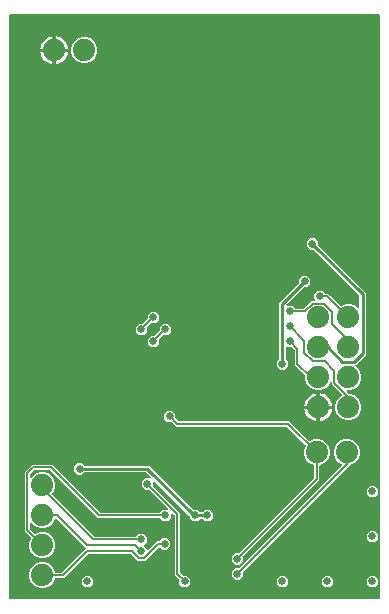
<source format=gbr>
G04 EAGLE Gerber X2 export*
%TF.Part,Single*%
%TF.FileFunction,Copper,L2,Bot,Mixed*%
%TF.FilePolarity,Positive*%
%TF.GenerationSoftware,Autodesk,EAGLE,9.0.1*%
%TF.CreationDate,2019-06-07T13:03:31Z*%
G75*
%MOMM*%
%FSLAX34Y34*%
%LPD*%
%AMOC8*
5,1,8,0,0,1.08239X$1,22.5*%
G01*
%ADD10C,1.879600*%
%ADD11C,0.656400*%
%ADD12C,0.254000*%
%ADD13C,0.152400*%

G36*
X323618Y10164D02*
X323618Y10164D01*
X323637Y10162D01*
X323739Y10184D01*
X323841Y10200D01*
X323858Y10210D01*
X323878Y10214D01*
X323967Y10267D01*
X324058Y10316D01*
X324072Y10330D01*
X324089Y10340D01*
X324156Y10419D01*
X324228Y10494D01*
X324236Y10512D01*
X324249Y10527D01*
X324288Y10623D01*
X324331Y10717D01*
X324333Y10737D01*
X324341Y10755D01*
X324359Y10922D01*
X324359Y504598D01*
X324356Y504618D01*
X324358Y504637D01*
X324336Y504739D01*
X324320Y504841D01*
X324310Y504858D01*
X324306Y504878D01*
X324253Y504967D01*
X324204Y505058D01*
X324190Y505072D01*
X324180Y505089D01*
X324101Y505156D01*
X324026Y505228D01*
X324008Y505236D01*
X323993Y505249D01*
X323897Y505288D01*
X323803Y505331D01*
X323783Y505333D01*
X323765Y505341D01*
X323598Y505359D01*
X10922Y505359D01*
X10902Y505356D01*
X10883Y505358D01*
X10781Y505336D01*
X10679Y505320D01*
X10662Y505310D01*
X10642Y505306D01*
X10553Y505253D01*
X10462Y505204D01*
X10448Y505190D01*
X10431Y505180D01*
X10364Y505101D01*
X10292Y505026D01*
X10284Y505008D01*
X10271Y504993D01*
X10232Y504897D01*
X10189Y504803D01*
X10187Y504783D01*
X10179Y504765D01*
X10161Y504598D01*
X10161Y10922D01*
X10164Y10902D01*
X10162Y10883D01*
X10184Y10781D01*
X10200Y10679D01*
X10210Y10662D01*
X10214Y10642D01*
X10267Y10553D01*
X10316Y10462D01*
X10330Y10448D01*
X10340Y10431D01*
X10419Y10364D01*
X10494Y10292D01*
X10512Y10284D01*
X10527Y10271D01*
X10623Y10232D01*
X10717Y10189D01*
X10737Y10187D01*
X10755Y10179D01*
X10922Y10161D01*
X323598Y10161D01*
X323618Y10164D01*
G37*
%LPC*%
G36*
X295007Y161797D02*
X295007Y161797D01*
X290993Y163460D01*
X287920Y166533D01*
X286257Y170547D01*
X286257Y174893D01*
X287920Y178907D01*
X290993Y181980D01*
X291757Y182297D01*
X291796Y182321D01*
X291839Y182336D01*
X291900Y182385D01*
X291966Y182426D01*
X291996Y182462D01*
X292031Y182490D01*
X292074Y182556D01*
X292123Y182616D01*
X292140Y182658D01*
X292164Y182697D01*
X292184Y182773D01*
X292211Y182845D01*
X292213Y182891D01*
X292225Y182936D01*
X292219Y183013D01*
X292222Y183091D01*
X292209Y183135D01*
X292205Y183181D01*
X292175Y183252D01*
X292153Y183327D01*
X292127Y183365D01*
X292109Y183407D01*
X292024Y183514D01*
X292013Y183529D01*
X292009Y183532D01*
X292004Y183538D01*
X283209Y192333D01*
X283209Y193343D01*
X283194Y193439D01*
X283184Y193536D01*
X283174Y193560D01*
X283170Y193586D01*
X283124Y193672D01*
X283084Y193761D01*
X283067Y193780D01*
X283054Y193803D01*
X282984Y193870D01*
X282918Y193942D01*
X282895Y193955D01*
X282876Y193973D01*
X282788Y194014D01*
X282702Y194061D01*
X282677Y194065D01*
X282653Y194076D01*
X282556Y194087D01*
X282460Y194104D01*
X282434Y194101D01*
X282409Y194103D01*
X282313Y194083D01*
X282217Y194069D01*
X282194Y194057D01*
X282168Y194051D01*
X282085Y194001D01*
X281998Y193957D01*
X281979Y193938D01*
X281957Y193925D01*
X281894Y193851D01*
X281826Y193781D01*
X281810Y193753D01*
X281797Y193738D01*
X281785Y193707D01*
X281745Y193635D01*
X281040Y191933D01*
X277967Y188860D01*
X273953Y187197D01*
X269607Y187197D01*
X265593Y188860D01*
X262520Y191933D01*
X260857Y195947D01*
X260857Y199143D01*
X260843Y199234D01*
X260835Y199324D01*
X260823Y199354D01*
X260818Y199386D01*
X260775Y199467D01*
X260739Y199551D01*
X260713Y199583D01*
X260702Y199604D01*
X260679Y199626D01*
X260634Y199682D01*
X251713Y208603D01*
X251713Y220987D01*
X251699Y221078D01*
X251691Y221168D01*
X251679Y221198D01*
X251674Y221230D01*
X251631Y221311D01*
X251595Y221395D01*
X251569Y221427D01*
X251558Y221448D01*
X251535Y221470D01*
X251490Y221526D01*
X249446Y223570D01*
X249372Y223623D01*
X249302Y223683D01*
X249272Y223695D01*
X249246Y223714D01*
X249159Y223741D01*
X249074Y223775D01*
X249033Y223779D01*
X249011Y223786D01*
X248979Y223785D01*
X248907Y223793D01*
X245659Y223793D01*
X245394Y224058D01*
X245336Y224100D01*
X245284Y224149D01*
X245237Y224171D01*
X245195Y224202D01*
X245126Y224223D01*
X245061Y224253D01*
X245009Y224259D01*
X244959Y224274D01*
X244888Y224272D01*
X244817Y224280D01*
X244766Y224269D01*
X244714Y224268D01*
X244646Y224243D01*
X244576Y224228D01*
X244531Y224201D01*
X244483Y224183D01*
X244427Y224138D01*
X244365Y224101D01*
X244331Y224062D01*
X244291Y224029D01*
X244252Y223969D01*
X244205Y223915D01*
X244186Y223866D01*
X244158Y223822D01*
X244140Y223753D01*
X244113Y223686D01*
X244105Y223615D01*
X244097Y223584D01*
X244099Y223561D01*
X244095Y223520D01*
X244095Y213868D01*
X244109Y213778D01*
X244117Y213687D01*
X244129Y213658D01*
X244134Y213626D01*
X244177Y213545D01*
X244213Y213461D01*
X244239Y213429D01*
X244250Y213408D01*
X244273Y213386D01*
X244318Y213330D01*
X246107Y211541D01*
X246107Y207559D01*
X243291Y204743D01*
X239309Y204743D01*
X236493Y207559D01*
X236493Y211541D01*
X238282Y213330D01*
X238335Y213404D01*
X238395Y213473D01*
X238407Y213504D01*
X238426Y213530D01*
X238453Y213617D01*
X238487Y213702D01*
X238491Y213743D01*
X238498Y213765D01*
X238497Y213797D01*
X238505Y213868D01*
X238505Y261508D01*
X255320Y278323D01*
X255373Y278397D01*
X255433Y278466D01*
X255445Y278496D01*
X255464Y278522D01*
X255491Y278609D01*
X255525Y278694D01*
X255529Y278735D01*
X255536Y278757D01*
X255535Y278790D01*
X255543Y278861D01*
X255543Y281391D01*
X258359Y284207D01*
X262341Y284207D01*
X265157Y281391D01*
X265157Y277409D01*
X262341Y274593D01*
X259811Y274593D01*
X259721Y274579D01*
X259630Y274571D01*
X259600Y274559D01*
X259568Y274554D01*
X259488Y274511D01*
X259404Y274475D01*
X259372Y274449D01*
X259351Y274438D01*
X259329Y274415D01*
X259273Y274370D01*
X245009Y260106D01*
X244967Y260048D01*
X244917Y259996D01*
X244895Y259949D01*
X244865Y259907D01*
X244844Y259838D01*
X244814Y259773D01*
X244808Y259721D01*
X244793Y259671D01*
X244795Y259600D01*
X244787Y259529D01*
X244798Y259478D01*
X244799Y259426D01*
X244824Y259358D01*
X244839Y259288D01*
X244866Y259243D01*
X244884Y259195D01*
X244928Y259139D01*
X244965Y259077D01*
X245005Y259043D01*
X245037Y259003D01*
X245098Y258964D01*
X245152Y258917D01*
X245200Y258898D01*
X245244Y258870D01*
X245314Y258852D01*
X245380Y258825D01*
X245452Y258817D01*
X245483Y258809D01*
X245506Y258811D01*
X245547Y258807D01*
X249641Y258807D01*
X251938Y256510D01*
X252012Y256457D01*
X252081Y256397D01*
X252112Y256385D01*
X252138Y256366D01*
X252225Y256339D01*
X252310Y256305D01*
X252351Y256301D01*
X252373Y256294D01*
X252405Y256295D01*
X252476Y256287D01*
X259074Y256287D01*
X259164Y256301D01*
X259255Y256309D01*
X259285Y256321D01*
X259317Y256326D01*
X259397Y256369D01*
X259481Y256405D01*
X259513Y256431D01*
X259534Y256442D01*
X259556Y256465D01*
X259612Y256510D01*
X265993Y262891D01*
X268224Y262891D01*
X268294Y262902D01*
X268366Y262904D01*
X268415Y262922D01*
X268466Y262930D01*
X268530Y262964D01*
X268597Y262989D01*
X268638Y263021D01*
X268684Y263046D01*
X268733Y263098D01*
X268789Y263142D01*
X268817Y263186D01*
X268853Y263224D01*
X268883Y263289D01*
X268922Y263349D01*
X268935Y263400D01*
X268957Y263447D01*
X268965Y263518D01*
X268982Y263588D01*
X268978Y263640D01*
X268984Y263691D01*
X268969Y263762D01*
X268963Y263833D01*
X268943Y263881D01*
X268932Y263932D01*
X268895Y263993D01*
X268867Y264059D01*
X268822Y264115D01*
X268805Y264143D01*
X268801Y264146D01*
X268800Y264148D01*
X268786Y264160D01*
X268762Y264190D01*
X268243Y264709D01*
X268243Y268691D01*
X271059Y271507D01*
X275041Y271507D01*
X277338Y269210D01*
X277412Y269157D01*
X277481Y269097D01*
X277512Y269085D01*
X277538Y269066D01*
X277625Y269039D01*
X277710Y269005D01*
X277751Y269001D01*
X277773Y268994D01*
X277805Y268995D01*
X277876Y268987D01*
X280347Y268987D01*
X281910Y267424D01*
X290747Y258587D01*
X290842Y258519D01*
X290936Y258449D01*
X290942Y258447D01*
X290947Y258443D01*
X291058Y258409D01*
X291170Y258373D01*
X291176Y258373D01*
X291182Y258371D01*
X291299Y258374D01*
X291416Y258375D01*
X291423Y258377D01*
X291428Y258377D01*
X291445Y258384D01*
X291577Y258422D01*
X295007Y259843D01*
X299353Y259843D01*
X303367Y258180D01*
X305278Y256269D01*
X305336Y256227D01*
X305388Y256178D01*
X305435Y256156D01*
X305477Y256126D01*
X305546Y256105D01*
X305611Y256074D01*
X305663Y256069D01*
X305713Y256053D01*
X305784Y256055D01*
X305855Y256047D01*
X305906Y256058D01*
X305958Y256060D01*
X306026Y256084D01*
X306096Y256100D01*
X306141Y256126D01*
X306189Y256144D01*
X306245Y256189D01*
X306307Y256226D01*
X306341Y256265D01*
X306381Y256298D01*
X306420Y256358D01*
X306467Y256413D01*
X306486Y256461D01*
X306514Y256505D01*
X306532Y256574D01*
X306559Y256641D01*
X306567Y256712D01*
X306575Y256743D01*
X306573Y256767D01*
X306577Y256808D01*
X306577Y267005D01*
X306563Y267095D01*
X306555Y267186D01*
X306543Y267216D01*
X306538Y267248D01*
X306495Y267328D01*
X306459Y267412D01*
X306433Y267444D01*
X306422Y267465D01*
X306399Y267487D01*
X306354Y267543D01*
X267777Y306120D01*
X267703Y306173D01*
X267634Y306233D01*
X267604Y306245D01*
X267578Y306264D01*
X267491Y306291D01*
X267406Y306325D01*
X267365Y306329D01*
X267343Y306336D01*
X267310Y306335D01*
X267239Y306343D01*
X264709Y306343D01*
X261893Y309159D01*
X261893Y313141D01*
X264709Y315957D01*
X268691Y315957D01*
X271507Y313141D01*
X271507Y310611D01*
X271521Y310521D01*
X271529Y310430D01*
X271541Y310400D01*
X271546Y310368D01*
X271589Y310288D01*
X271625Y310204D01*
X271651Y310172D01*
X271662Y310151D01*
X271685Y310129D01*
X271730Y310073D01*
X312167Y269636D01*
X312167Y217312D01*
X310307Y215452D01*
X303339Y208485D01*
X303327Y208468D01*
X303312Y208456D01*
X303256Y208369D01*
X303196Y208285D01*
X303190Y208266D01*
X303179Y208249D01*
X303154Y208149D01*
X303123Y208050D01*
X303124Y208030D01*
X303119Y208011D01*
X303127Y207908D01*
X303130Y207804D01*
X303136Y207785D01*
X303138Y207765D01*
X303178Y207670D01*
X303214Y207573D01*
X303226Y207557D01*
X303234Y207539D01*
X303339Y207408D01*
X306440Y204307D01*
X308103Y200293D01*
X308103Y195947D01*
X306440Y191933D01*
X303367Y188860D01*
X299353Y187197D01*
X296651Y187197D01*
X296580Y187186D01*
X296508Y187184D01*
X296459Y187166D01*
X296408Y187158D01*
X296345Y187124D01*
X296277Y187099D01*
X296237Y187067D01*
X296191Y187042D01*
X296141Y186990D01*
X296085Y186946D01*
X296057Y186902D01*
X296021Y186864D01*
X295991Y186799D01*
X295952Y186739D01*
X295940Y186688D01*
X295918Y186641D01*
X295910Y186570D01*
X295892Y186500D01*
X295896Y186448D01*
X295891Y186397D01*
X295906Y186326D01*
X295911Y186255D01*
X295932Y186207D01*
X295943Y186156D01*
X295980Y186095D01*
X296008Y186029D01*
X296052Y185973D01*
X296069Y185945D01*
X296087Y185930D01*
X296112Y185898D01*
X298145Y183866D01*
X298219Y183813D01*
X298288Y183753D01*
X298318Y183741D01*
X298344Y183722D01*
X298431Y183695D01*
X298516Y183661D01*
X298557Y183657D01*
X298579Y183650D01*
X298612Y183651D01*
X298683Y183643D01*
X299353Y183643D01*
X303367Y181980D01*
X306440Y178907D01*
X308103Y174893D01*
X308103Y170547D01*
X306440Y166533D01*
X303367Y163460D01*
X299353Y161797D01*
X295007Y161797D01*
G37*
%LPD*%
%LPC*%
G36*
X35927Y19557D02*
X35927Y19557D01*
X31913Y21220D01*
X28840Y24293D01*
X27177Y28307D01*
X27177Y32653D01*
X28840Y36667D01*
X31913Y39740D01*
X35927Y41403D01*
X40273Y41403D01*
X44287Y39740D01*
X47360Y36667D01*
X48781Y33237D01*
X48842Y33137D01*
X48902Y33037D01*
X48907Y33033D01*
X48910Y33028D01*
X49000Y32953D01*
X49089Y32877D01*
X49095Y32875D01*
X49100Y32871D01*
X49208Y32829D01*
X49317Y32785D01*
X49325Y32784D01*
X49330Y32783D01*
X49348Y32782D01*
X49484Y32767D01*
X54617Y32767D01*
X54708Y32781D01*
X54798Y32789D01*
X54828Y32801D01*
X54860Y32806D01*
X54941Y32849D01*
X55025Y32885D01*
X55057Y32911D01*
X55078Y32922D01*
X55100Y32945D01*
X55156Y32990D01*
X74968Y52802D01*
X74979Y52818D01*
X74995Y52830D01*
X75051Y52918D01*
X75111Y53001D01*
X75117Y53020D01*
X75128Y53037D01*
X75153Y53138D01*
X75184Y53237D01*
X75183Y53256D01*
X75188Y53276D01*
X75180Y53379D01*
X75177Y53482D01*
X75170Y53501D01*
X75169Y53521D01*
X75129Y53616D01*
X75093Y53713D01*
X75080Y53729D01*
X75073Y53747D01*
X74968Y53878D01*
X50076Y78770D01*
X50002Y78823D01*
X49932Y78883D01*
X49902Y78895D01*
X49876Y78914D01*
X49789Y78941D01*
X49704Y78975D01*
X49663Y78979D01*
X49641Y78986D01*
X49609Y78985D01*
X49537Y78993D01*
X49484Y78993D01*
X49403Y78980D01*
X49395Y78980D01*
X49389Y78978D01*
X49369Y78974D01*
X49253Y78957D01*
X49248Y78955D01*
X49241Y78954D01*
X49139Y78899D01*
X49034Y78846D01*
X49030Y78841D01*
X49024Y78838D01*
X48944Y78754D01*
X48862Y78670D01*
X48858Y78664D01*
X48855Y78660D01*
X48847Y78643D01*
X48781Y78523D01*
X47360Y75093D01*
X44287Y72020D01*
X40273Y70357D01*
X35927Y70357D01*
X31913Y72020D01*
X28986Y74947D01*
X28928Y74989D01*
X28876Y75038D01*
X28829Y75060D01*
X28787Y75090D01*
X28718Y75111D01*
X28653Y75142D01*
X28601Y75147D01*
X28551Y75163D01*
X28480Y75161D01*
X28409Y75169D01*
X28358Y75158D01*
X28306Y75156D01*
X28238Y75132D01*
X28168Y75116D01*
X28123Y75090D01*
X28075Y75072D01*
X28019Y75027D01*
X27957Y74990D01*
X27923Y74951D01*
X27883Y74918D01*
X27844Y74858D01*
X27797Y74803D01*
X27778Y74755D01*
X27750Y74711D01*
X27732Y74642D01*
X27705Y74575D01*
X27697Y74504D01*
X27689Y74473D01*
X27691Y74449D01*
X27687Y74408D01*
X27687Y69843D01*
X27701Y69752D01*
X27709Y69662D01*
X27721Y69632D01*
X27726Y69600D01*
X27769Y69519D01*
X27805Y69435D01*
X27831Y69403D01*
X27842Y69382D01*
X27865Y69360D01*
X27910Y69304D01*
X31667Y65547D01*
X31761Y65479D01*
X31856Y65409D01*
X31862Y65407D01*
X31867Y65403D01*
X31978Y65369D01*
X32090Y65333D01*
X32096Y65333D01*
X32102Y65331D01*
X32219Y65334D01*
X32336Y65335D01*
X32343Y65337D01*
X32348Y65337D01*
X32365Y65344D01*
X32497Y65382D01*
X35927Y66803D01*
X40273Y66803D01*
X44287Y65140D01*
X47360Y62067D01*
X49023Y58053D01*
X49023Y53707D01*
X47360Y49693D01*
X44287Y46620D01*
X40273Y44957D01*
X35927Y44957D01*
X31913Y46620D01*
X28840Y49693D01*
X27177Y53707D01*
X27177Y58053D01*
X28598Y61483D01*
X28625Y61597D01*
X28653Y61710D01*
X28653Y61717D01*
X28654Y61723D01*
X28643Y61839D01*
X28634Y61956D01*
X28632Y61961D01*
X28631Y61968D01*
X28583Y62075D01*
X28538Y62182D01*
X28533Y62188D01*
X28531Y62192D01*
X28519Y62206D01*
X28433Y62313D01*
X23113Y67633D01*
X23113Y117787D01*
X29533Y124207D01*
X46667Y124207D01*
X87084Y83790D01*
X87158Y83737D01*
X87228Y83677D01*
X87258Y83665D01*
X87284Y83646D01*
X87371Y83619D01*
X87456Y83585D01*
X87497Y83581D01*
X87519Y83574D01*
X87551Y83575D01*
X87623Y83567D01*
X137414Y83567D01*
X137504Y83581D01*
X137595Y83589D01*
X137624Y83601D01*
X137656Y83606D01*
X137737Y83649D01*
X137821Y83685D01*
X137853Y83711D01*
X137874Y83722D01*
X137896Y83745D01*
X137952Y83790D01*
X140249Y86087D01*
X143792Y86087D01*
X143862Y86098D01*
X143934Y86100D01*
X143983Y86118D01*
X144034Y86126D01*
X144098Y86160D01*
X144165Y86185D01*
X144206Y86217D01*
X144252Y86242D01*
X144301Y86294D01*
X144357Y86338D01*
X144385Y86382D01*
X144421Y86420D01*
X144451Y86485D01*
X144490Y86545D01*
X144503Y86596D01*
X144525Y86643D01*
X144533Y86714D01*
X144550Y86784D01*
X144546Y86836D01*
X144552Y86887D01*
X144537Y86958D01*
X144531Y87029D01*
X144511Y87077D01*
X144500Y87128D01*
X144463Y87189D01*
X144435Y87255D01*
X144390Y87311D01*
X144373Y87339D01*
X144356Y87354D01*
X144330Y87386D01*
X128796Y102920D01*
X128722Y102973D01*
X128652Y103033D01*
X128622Y103045D01*
X128596Y103064D01*
X128509Y103091D01*
X128424Y103125D01*
X128383Y103129D01*
X128361Y103136D01*
X128329Y103135D01*
X128257Y103143D01*
X125009Y103143D01*
X122193Y105959D01*
X122193Y109941D01*
X125009Y112757D01*
X129103Y112757D01*
X129174Y112768D01*
X129246Y112770D01*
X129295Y112788D01*
X129346Y112796D01*
X129409Y112830D01*
X129477Y112855D01*
X129517Y112887D01*
X129563Y112912D01*
X129613Y112964D01*
X129669Y113008D01*
X129697Y113052D01*
X129733Y113090D01*
X129763Y113155D01*
X129802Y113215D01*
X129814Y113266D01*
X129836Y113313D01*
X129844Y113384D01*
X129862Y113454D01*
X129858Y113506D01*
X129863Y113557D01*
X129848Y113628D01*
X129843Y113699D01*
X129822Y113747D01*
X129811Y113798D01*
X129774Y113859D01*
X129746Y113925D01*
X129701Y113981D01*
X129685Y114009D01*
X129667Y114024D01*
X129641Y114056D01*
X126065Y117632D01*
X125991Y117685D01*
X125922Y117745D01*
X125892Y117757D01*
X125866Y117776D01*
X125778Y117803D01*
X125694Y117837D01*
X125653Y117841D01*
X125631Y117848D01*
X125598Y117847D01*
X125527Y117855D01*
X74168Y117855D01*
X74078Y117841D01*
X73987Y117833D01*
X73958Y117821D01*
X73926Y117816D01*
X73845Y117773D01*
X73761Y117737D01*
X73729Y117711D01*
X73708Y117700D01*
X73686Y117677D01*
X73630Y117632D01*
X71841Y115843D01*
X67859Y115843D01*
X65043Y118659D01*
X65043Y122641D01*
X67859Y125457D01*
X71841Y125457D01*
X73630Y123668D01*
X73704Y123615D01*
X73773Y123555D01*
X73804Y123543D01*
X73830Y123524D01*
X73917Y123497D01*
X74002Y123463D01*
X74043Y123459D01*
X74065Y123452D01*
X74097Y123453D01*
X74168Y123445D01*
X128158Y123445D01*
X165293Y86310D01*
X165367Y86257D01*
X165436Y86197D01*
X165466Y86185D01*
X165492Y86166D01*
X165579Y86139D01*
X165664Y86105D01*
X165705Y86101D01*
X165727Y86094D01*
X165760Y86095D01*
X165831Y86087D01*
X169631Y86087D01*
X171420Y84298D01*
X171494Y84245D01*
X171563Y84185D01*
X171594Y84173D01*
X171620Y84154D01*
X171707Y84127D01*
X171792Y84093D01*
X171833Y84089D01*
X171855Y84082D01*
X171887Y84083D01*
X171958Y84075D01*
X173482Y84075D01*
X173572Y84089D01*
X173663Y84097D01*
X173692Y84109D01*
X173724Y84114D01*
X173805Y84157D01*
X173889Y84193D01*
X173921Y84219D01*
X173942Y84230D01*
X173964Y84253D01*
X174020Y84298D01*
X175809Y86087D01*
X179791Y86087D01*
X182607Y83271D01*
X182607Y79289D01*
X179791Y76473D01*
X175809Y76473D01*
X174020Y78262D01*
X173946Y78315D01*
X173877Y78375D01*
X173846Y78387D01*
X173820Y78406D01*
X173733Y78433D01*
X173648Y78467D01*
X173607Y78471D01*
X173585Y78478D01*
X173553Y78477D01*
X173482Y78485D01*
X171958Y78485D01*
X171868Y78471D01*
X171777Y78463D01*
X171748Y78451D01*
X171716Y78446D01*
X171635Y78403D01*
X171551Y78367D01*
X171519Y78341D01*
X171498Y78330D01*
X171476Y78307D01*
X171420Y78262D01*
X169631Y76473D01*
X165649Y76473D01*
X162833Y79289D01*
X162833Y80549D01*
X162819Y80639D01*
X162811Y80730D01*
X162799Y80760D01*
X162794Y80792D01*
X162751Y80872D01*
X162715Y80956D01*
X162689Y80988D01*
X162678Y81009D01*
X162655Y81031D01*
X162610Y81087D01*
X133106Y110591D01*
X133048Y110633D01*
X132996Y110683D01*
X132949Y110705D01*
X132907Y110735D01*
X132838Y110756D01*
X132773Y110786D01*
X132721Y110792D01*
X132671Y110807D01*
X132600Y110805D01*
X132529Y110813D01*
X132478Y110802D01*
X132426Y110801D01*
X132358Y110776D01*
X132288Y110761D01*
X132243Y110734D01*
X132195Y110716D01*
X132139Y110672D01*
X132077Y110635D01*
X132043Y110595D01*
X132003Y110563D01*
X131964Y110502D01*
X131917Y110448D01*
X131898Y110400D01*
X131870Y110356D01*
X131852Y110286D01*
X131825Y110220D01*
X131817Y110148D01*
X131809Y110117D01*
X131811Y110094D01*
X131807Y110053D01*
X131807Y106693D01*
X131821Y106602D01*
X131829Y106512D01*
X131841Y106482D01*
X131846Y106450D01*
X131889Y106369D01*
X131925Y106285D01*
X131951Y106253D01*
X131962Y106232D01*
X131985Y106210D01*
X132030Y106154D01*
X154687Y83497D01*
X154687Y33013D01*
X154701Y32922D01*
X154709Y32832D01*
X154721Y32802D01*
X154726Y32770D01*
X154769Y32689D01*
X154805Y32605D01*
X154831Y32573D01*
X154842Y32552D01*
X154865Y32530D01*
X154872Y32521D01*
X154880Y32507D01*
X154889Y32500D01*
X154910Y32474D01*
X156954Y30430D01*
X157028Y30377D01*
X157098Y30317D01*
X157128Y30305D01*
X157154Y30286D01*
X157241Y30259D01*
X157326Y30225D01*
X157367Y30221D01*
X157389Y30214D01*
X157421Y30215D01*
X157493Y30207D01*
X160741Y30207D01*
X163557Y27391D01*
X163557Y23409D01*
X160741Y20593D01*
X156759Y20593D01*
X153943Y23409D01*
X153943Y26657D01*
X153929Y26748D01*
X153921Y26838D01*
X153909Y26868D01*
X153904Y26900D01*
X153861Y26981D01*
X153825Y27065D01*
X153799Y27097D01*
X153788Y27118D01*
X153765Y27140D01*
X153720Y27196D01*
X150113Y30803D01*
X150113Y81287D01*
X150099Y81378D01*
X150091Y81468D01*
X150079Y81498D01*
X150074Y81530D01*
X150031Y81611D01*
X149995Y81695D01*
X149969Y81727D01*
X149958Y81748D01*
X149935Y81770D01*
X149890Y81826D01*
X148346Y83370D01*
X148288Y83412D01*
X148236Y83461D01*
X148189Y83483D01*
X148147Y83513D01*
X148078Y83534D01*
X148013Y83565D01*
X147961Y83570D01*
X147911Y83586D01*
X147840Y83584D01*
X147769Y83592D01*
X147718Y83581D01*
X147666Y83579D01*
X147598Y83555D01*
X147528Y83540D01*
X147483Y83513D01*
X147435Y83495D01*
X147379Y83450D01*
X147317Y83413D01*
X147283Y83374D01*
X147243Y83341D01*
X147204Y83281D01*
X147157Y83226D01*
X147138Y83178D01*
X147110Y83134D01*
X147092Y83065D01*
X147065Y82998D01*
X147057Y82927D01*
X147049Y82896D01*
X147051Y82872D01*
X147047Y82832D01*
X147047Y79289D01*
X144231Y76473D01*
X140249Y76473D01*
X137952Y78770D01*
X137878Y78823D01*
X137809Y78883D01*
X137778Y78895D01*
X137752Y78914D01*
X137665Y78941D01*
X137580Y78975D01*
X137539Y78979D01*
X137517Y78986D01*
X137485Y78985D01*
X137414Y78993D01*
X85413Y78993D01*
X44996Y119410D01*
X44922Y119463D01*
X44852Y119523D01*
X44822Y119535D01*
X44796Y119554D01*
X44709Y119581D01*
X44624Y119615D01*
X44583Y119619D01*
X44561Y119626D01*
X44529Y119625D01*
X44457Y119633D01*
X31743Y119633D01*
X31652Y119619D01*
X31562Y119611D01*
X31532Y119599D01*
X31500Y119594D01*
X31419Y119551D01*
X31335Y119515D01*
X31303Y119489D01*
X31282Y119478D01*
X31260Y119455D01*
X31204Y119410D01*
X27910Y116116D01*
X27857Y116042D01*
X27797Y115972D01*
X27785Y115942D01*
X27766Y115916D01*
X27739Y115829D01*
X27705Y115744D01*
X27701Y115703D01*
X27694Y115681D01*
X27695Y115649D01*
X27687Y115577D01*
X27687Y113552D01*
X27698Y113481D01*
X27700Y113409D01*
X27718Y113360D01*
X27726Y113309D01*
X27760Y113246D01*
X27785Y113178D01*
X27817Y113138D01*
X27842Y113091D01*
X27894Y113042D01*
X27938Y112986D01*
X27982Y112958D01*
X28020Y112922D01*
X28085Y112892D01*
X28145Y112853D01*
X28196Y112840D01*
X28243Y112818D01*
X28314Y112811D01*
X28384Y112793D01*
X28436Y112797D01*
X28487Y112791D01*
X28558Y112807D01*
X28629Y112812D01*
X28677Y112833D01*
X28728Y112844D01*
X28789Y112880D01*
X28855Y112909D01*
X28911Y112953D01*
X28939Y112970D01*
X28954Y112988D01*
X28986Y113013D01*
X31913Y115940D01*
X35927Y117603D01*
X40273Y117603D01*
X44287Y115940D01*
X47360Y112867D01*
X49023Y108853D01*
X49023Y104507D01*
X47360Y100493D01*
X46709Y99842D01*
X46697Y99826D01*
X46682Y99813D01*
X46626Y99726D01*
X46565Y99642D01*
X46559Y99623D01*
X46549Y99606D01*
X46523Y99506D01*
X46493Y99407D01*
X46493Y99387D01*
X46489Y99368D01*
X46497Y99265D01*
X46499Y99161D01*
X46506Y99142D01*
X46508Y99122D01*
X46548Y99028D01*
X46584Y98930D01*
X46596Y98914D01*
X46604Y98896D01*
X46709Y98765D01*
X82004Y63470D01*
X82078Y63416D01*
X82148Y63357D01*
X82178Y63345D01*
X82204Y63326D01*
X82291Y63299D01*
X82376Y63265D01*
X82417Y63261D01*
X82439Y63254D01*
X82471Y63255D01*
X82543Y63247D01*
X117094Y63247D01*
X117184Y63261D01*
X117275Y63269D01*
X117304Y63281D01*
X117336Y63286D01*
X117417Y63329D01*
X117501Y63365D01*
X117533Y63391D01*
X117554Y63402D01*
X117576Y63425D01*
X117632Y63470D01*
X119929Y65767D01*
X123911Y65767D01*
X126727Y62951D01*
X126727Y58969D01*
X124176Y56418D01*
X124164Y56402D01*
X124149Y56390D01*
X124093Y56302D01*
X124033Y56219D01*
X124027Y56200D01*
X124016Y56183D01*
X123991Y56082D01*
X123960Y55983D01*
X123961Y55964D01*
X123956Y55944D01*
X123964Y55841D01*
X123967Y55738D01*
X123973Y55719D01*
X123975Y55699D01*
X124015Y55604D01*
X124051Y55507D01*
X124063Y55491D01*
X124071Y55473D01*
X124176Y55342D01*
X126729Y52788D01*
X126738Y52733D01*
X126740Y52662D01*
X126758Y52613D01*
X126766Y52561D01*
X126800Y52498D01*
X126825Y52431D01*
X126857Y52390D01*
X126882Y52344D01*
X126934Y52295D01*
X126978Y52239D01*
X127022Y52210D01*
X127060Y52175D01*
X127125Y52144D01*
X127185Y52106D01*
X127236Y52093D01*
X127283Y52071D01*
X127354Y52063D01*
X127424Y52046D01*
X127476Y52050D01*
X127527Y52044D01*
X127598Y52059D01*
X127669Y52065D01*
X127717Y52085D01*
X127768Y52096D01*
X127829Y52133D01*
X127895Y52161D01*
X127951Y52206D01*
X127979Y52222D01*
X127994Y52240D01*
X128026Y52266D01*
X135197Y59437D01*
X136929Y59437D01*
X137019Y59451D01*
X137110Y59459D01*
X137139Y59471D01*
X137171Y59476D01*
X137252Y59519D01*
X137336Y59555D01*
X137368Y59581D01*
X137389Y59592D01*
X137411Y59615D01*
X137467Y59660D01*
X139764Y61957D01*
X143746Y61957D01*
X146562Y59141D01*
X146562Y55159D01*
X143746Y52343D01*
X139764Y52343D01*
X137706Y54401D01*
X137690Y54413D01*
X137677Y54428D01*
X137590Y54484D01*
X137506Y54545D01*
X137487Y54551D01*
X137471Y54561D01*
X137370Y54587D01*
X137271Y54617D01*
X137251Y54617D01*
X137232Y54621D01*
X137129Y54613D01*
X137025Y54611D01*
X137007Y54604D01*
X136987Y54602D01*
X136892Y54562D01*
X136794Y54526D01*
X136779Y54514D01*
X136760Y54506D01*
X136629Y54401D01*
X125174Y42945D01*
X118666Y42945D01*
X113321Y48290D01*
X113247Y48343D01*
X113178Y48403D01*
X113148Y48415D01*
X113122Y48434D01*
X113035Y48461D01*
X112950Y48495D01*
X112909Y48499D01*
X112887Y48506D01*
X112854Y48505D01*
X112783Y48513D01*
X77463Y48513D01*
X77372Y48499D01*
X77282Y48491D01*
X77252Y48479D01*
X77220Y48474D01*
X77139Y48431D01*
X77055Y48395D01*
X77023Y48369D01*
X77002Y48358D01*
X76980Y48335D01*
X76924Y48290D01*
X56827Y28193D01*
X49484Y28193D01*
X49369Y28174D01*
X49253Y28157D01*
X49248Y28155D01*
X49241Y28154D01*
X49139Y28099D01*
X49034Y28046D01*
X49030Y28041D01*
X49024Y28038D01*
X48944Y27954D01*
X48862Y27870D01*
X48858Y27864D01*
X48855Y27860D01*
X48847Y27843D01*
X48781Y27723D01*
X47360Y24293D01*
X44287Y21220D01*
X40273Y19557D01*
X35927Y19557D01*
G37*
%LPD*%
%LPC*%
G36*
X201209Y39643D02*
X201209Y39643D01*
X198393Y42459D01*
X198393Y46441D01*
X201209Y49257D01*
X204457Y49257D01*
X204548Y49271D01*
X204638Y49279D01*
X204668Y49291D01*
X204700Y49296D01*
X204781Y49339D01*
X204865Y49375D01*
X204897Y49401D01*
X204918Y49412D01*
X204940Y49435D01*
X204996Y49480D01*
X268000Y112484D01*
X268053Y112558D01*
X268113Y112628D01*
X268125Y112658D01*
X268144Y112684D01*
X268171Y112771D01*
X268205Y112856D01*
X268209Y112897D01*
X268216Y112919D01*
X268215Y112951D01*
X268223Y113023D01*
X268223Y123236D01*
X268204Y123351D01*
X268187Y123467D01*
X268185Y123472D01*
X268184Y123479D01*
X268129Y123581D01*
X268076Y123686D01*
X268071Y123690D01*
X268068Y123696D01*
X267984Y123776D01*
X267900Y123858D01*
X267894Y123862D01*
X267890Y123865D01*
X267873Y123873D01*
X267753Y123939D01*
X264323Y125360D01*
X261250Y128433D01*
X259587Y132447D01*
X259587Y136793D01*
X261008Y140223D01*
X261035Y140337D01*
X261063Y140450D01*
X261063Y140457D01*
X261064Y140463D01*
X261053Y140579D01*
X261044Y140696D01*
X261042Y140701D01*
X261041Y140708D01*
X260993Y140815D01*
X260948Y140922D01*
X260943Y140928D01*
X260941Y140932D01*
X260929Y140946D01*
X260843Y141053D01*
X245656Y156240D01*
X245582Y156293D01*
X245512Y156353D01*
X245482Y156365D01*
X245456Y156384D01*
X245369Y156411D01*
X245284Y156445D01*
X245243Y156449D01*
X245221Y156456D01*
X245189Y156455D01*
X245118Y156463D01*
X151453Y156463D01*
X147846Y160070D01*
X147772Y160123D01*
X147702Y160183D01*
X147672Y160195D01*
X147646Y160214D01*
X147559Y160241D01*
X147474Y160275D01*
X147433Y160279D01*
X147411Y160286D01*
X147379Y160285D01*
X147307Y160293D01*
X144059Y160293D01*
X141243Y163109D01*
X141243Y167091D01*
X144059Y169907D01*
X148041Y169907D01*
X150857Y167091D01*
X150857Y163843D01*
X150871Y163752D01*
X150879Y163662D01*
X150891Y163632D01*
X150896Y163600D01*
X150939Y163519D01*
X150975Y163435D01*
X151001Y163403D01*
X151012Y163382D01*
X151035Y163360D01*
X151080Y163304D01*
X153124Y161260D01*
X153198Y161207D01*
X153268Y161147D01*
X153298Y161135D01*
X153324Y161116D01*
X153411Y161089D01*
X153496Y161055D01*
X153537Y161051D01*
X153559Y161044D01*
X153591Y161045D01*
X153663Y161037D01*
X247327Y161037D01*
X248890Y159474D01*
X264077Y144287D01*
X264171Y144219D01*
X264266Y144149D01*
X264272Y144147D01*
X264277Y144143D01*
X264388Y144109D01*
X264500Y144073D01*
X264506Y144073D01*
X264512Y144071D01*
X264629Y144074D01*
X264746Y144075D01*
X264753Y144077D01*
X264758Y144077D01*
X264775Y144084D01*
X264907Y144122D01*
X268337Y145543D01*
X272683Y145543D01*
X276697Y143880D01*
X279770Y140807D01*
X281433Y136793D01*
X281433Y132447D01*
X279770Y128433D01*
X276697Y125360D01*
X273267Y123939D01*
X273167Y123878D01*
X273067Y123818D01*
X273063Y123813D01*
X273058Y123810D01*
X272983Y123720D01*
X272907Y123631D01*
X272905Y123625D01*
X272901Y123620D01*
X272859Y123512D01*
X272815Y123403D01*
X272814Y123395D01*
X272813Y123390D01*
X272812Y123372D01*
X272797Y123236D01*
X272797Y110813D01*
X208230Y46246D01*
X208177Y46172D01*
X208117Y46102D01*
X208105Y46072D01*
X208086Y46046D01*
X208059Y45959D01*
X208025Y45874D01*
X208021Y45833D01*
X208014Y45811D01*
X208015Y45779D01*
X208007Y45707D01*
X208007Y42459D01*
X205191Y39643D01*
X201209Y39643D01*
G37*
%LPD*%
%LPC*%
G36*
X201209Y26943D02*
X201209Y26943D01*
X198393Y29759D01*
X198393Y33741D01*
X201209Y36557D01*
X204457Y36557D01*
X204548Y36571D01*
X204638Y36579D01*
X204668Y36591D01*
X204700Y36596D01*
X204781Y36639D01*
X204865Y36675D01*
X204897Y36701D01*
X204918Y36712D01*
X204940Y36735D01*
X204996Y36780D01*
X291642Y123426D01*
X291669Y123463D01*
X291703Y123494D01*
X291740Y123563D01*
X291786Y123626D01*
X291799Y123669D01*
X291821Y123710D01*
X291835Y123786D01*
X291858Y123861D01*
X291857Y123907D01*
X291865Y123952D01*
X291854Y124029D01*
X291852Y124107D01*
X291836Y124150D01*
X291829Y124195D01*
X291794Y124264D01*
X291767Y124338D01*
X291738Y124373D01*
X291718Y124414D01*
X291662Y124469D01*
X291613Y124530D01*
X291575Y124554D01*
X291542Y124587D01*
X291422Y124653D01*
X291406Y124663D01*
X291402Y124664D01*
X291395Y124668D01*
X289723Y125360D01*
X286650Y128433D01*
X284987Y132447D01*
X284987Y136793D01*
X286650Y140807D01*
X289723Y143880D01*
X293737Y145543D01*
X298083Y145543D01*
X302097Y143880D01*
X305170Y140807D01*
X306833Y136793D01*
X306833Y132447D01*
X305170Y128433D01*
X302097Y125360D01*
X298667Y123939D01*
X298567Y123878D01*
X298467Y123818D01*
X298463Y123813D01*
X298458Y123810D01*
X298383Y123720D01*
X298307Y123631D01*
X298305Y123625D01*
X298301Y123620D01*
X298299Y123615D01*
X208230Y33546D01*
X208177Y33472D01*
X208117Y33402D01*
X208105Y33372D01*
X208086Y33346D01*
X208059Y33259D01*
X208050Y33236D01*
X208035Y33203D01*
X208034Y33196D01*
X208025Y33174D01*
X208021Y33133D01*
X208014Y33111D01*
X208015Y33079D01*
X208007Y33007D01*
X208007Y29759D01*
X205191Y26943D01*
X201209Y26943D01*
G37*
%LPD*%
%LPC*%
G36*
X71487Y464057D02*
X71487Y464057D01*
X67473Y465720D01*
X64400Y468793D01*
X62737Y472807D01*
X62737Y477153D01*
X64400Y481167D01*
X67473Y484240D01*
X71487Y485903D01*
X75833Y485903D01*
X79847Y484240D01*
X82920Y481167D01*
X84583Y477153D01*
X84583Y472807D01*
X82920Y468793D01*
X79847Y465720D01*
X75833Y464057D01*
X71487Y464057D01*
G37*
%LPD*%
%LPC*%
G36*
X130089Y223793D02*
X130089Y223793D01*
X127273Y226609D01*
X127273Y230591D01*
X130089Y233407D01*
X133337Y233407D01*
X133428Y233421D01*
X133518Y233429D01*
X133548Y233441D01*
X133580Y233446D01*
X133661Y233489D01*
X133745Y233525D01*
X133777Y233551D01*
X133798Y233562D01*
X133820Y233585D01*
X133876Y233630D01*
X137210Y236964D01*
X137263Y237038D01*
X137323Y237108D01*
X137335Y237138D01*
X137354Y237164D01*
X137381Y237251D01*
X137415Y237336D01*
X137419Y237377D01*
X137426Y237399D01*
X137425Y237431D01*
X137433Y237503D01*
X137433Y240751D01*
X140249Y243567D01*
X144231Y243567D01*
X147047Y240751D01*
X147047Y236769D01*
X144231Y233953D01*
X140983Y233953D01*
X140892Y233939D01*
X140802Y233931D01*
X140772Y233919D01*
X140740Y233914D01*
X140659Y233871D01*
X140575Y233835D01*
X140543Y233809D01*
X140522Y233798D01*
X140500Y233775D01*
X140444Y233730D01*
X137110Y230396D01*
X137057Y230322D01*
X136997Y230252D01*
X136985Y230222D01*
X136966Y230196D01*
X136939Y230109D01*
X136905Y230024D01*
X136901Y229983D01*
X136894Y229961D01*
X136895Y229929D01*
X136887Y229857D01*
X136887Y226609D01*
X134071Y223793D01*
X130089Y223793D01*
G37*
%LPD*%
%LPC*%
G36*
X119929Y233953D02*
X119929Y233953D01*
X117113Y236769D01*
X117113Y240751D01*
X119929Y243567D01*
X123177Y243567D01*
X123268Y243581D01*
X123358Y243589D01*
X123388Y243601D01*
X123420Y243606D01*
X123501Y243649D01*
X123585Y243685D01*
X123617Y243711D01*
X123638Y243722D01*
X123660Y243745D01*
X123716Y243790D01*
X127050Y247124D01*
X127103Y247198D01*
X127141Y247242D01*
X127142Y247243D01*
X127163Y247268D01*
X127175Y247298D01*
X127194Y247324D01*
X127221Y247411D01*
X127227Y247426D01*
X127245Y247466D01*
X127246Y247474D01*
X127255Y247496D01*
X127259Y247537D01*
X127266Y247559D01*
X127265Y247591D01*
X127273Y247663D01*
X127273Y250911D01*
X130089Y253727D01*
X134071Y253727D01*
X136887Y250911D01*
X136887Y246929D01*
X134071Y244113D01*
X130823Y244113D01*
X130732Y244099D01*
X130642Y244091D01*
X130612Y244079D01*
X130580Y244074D01*
X130499Y244031D01*
X130415Y243995D01*
X130383Y243969D01*
X130362Y243958D01*
X130340Y243935D01*
X130284Y243890D01*
X126950Y240556D01*
X126902Y240489D01*
X126899Y240486D01*
X126898Y240484D01*
X126897Y240482D01*
X126837Y240412D01*
X126825Y240382D01*
X126806Y240356D01*
X126779Y240269D01*
X126745Y240184D01*
X126741Y240143D01*
X126734Y240121D01*
X126735Y240089D01*
X126727Y240017D01*
X126727Y236769D01*
X123911Y233953D01*
X119929Y233953D01*
G37*
%LPD*%
%LPC*%
G36*
X49783Y476503D02*
X49783Y476503D01*
X49783Y486826D01*
X51056Y486625D01*
X52843Y486044D01*
X54517Y485191D01*
X56038Y484086D01*
X57366Y482758D01*
X58471Y481237D01*
X59324Y479563D01*
X59905Y477776D01*
X60106Y476503D01*
X49783Y476503D01*
G37*
%LPD*%
%LPC*%
G36*
X273303Y174243D02*
X273303Y174243D01*
X273303Y184566D01*
X274576Y184365D01*
X276363Y183784D01*
X278037Y182931D01*
X279558Y181826D01*
X280886Y180498D01*
X281991Y178977D01*
X282844Y177303D01*
X283425Y175516D01*
X283626Y174243D01*
X273303Y174243D01*
G37*
%LPD*%
%LPC*%
G36*
X36414Y476503D02*
X36414Y476503D01*
X36615Y477776D01*
X37196Y479563D01*
X38049Y481237D01*
X39154Y482758D01*
X40482Y484086D01*
X42003Y485191D01*
X43677Y486044D01*
X45464Y486625D01*
X46737Y486826D01*
X46737Y476503D01*
X36414Y476503D01*
G37*
%LPD*%
%LPC*%
G36*
X49783Y473457D02*
X49783Y473457D01*
X60106Y473457D01*
X59905Y472184D01*
X59324Y470397D01*
X58471Y468723D01*
X57366Y467202D01*
X56038Y465874D01*
X54517Y464769D01*
X52843Y463916D01*
X51056Y463335D01*
X49783Y463134D01*
X49783Y473457D01*
G37*
%LPD*%
%LPC*%
G36*
X259934Y174243D02*
X259934Y174243D01*
X260135Y175516D01*
X260716Y177303D01*
X261569Y178977D01*
X262674Y180498D01*
X264002Y181826D01*
X265523Y182931D01*
X267197Y183784D01*
X268984Y184365D01*
X270257Y184566D01*
X270257Y174243D01*
X259934Y174243D01*
G37*
%LPD*%
%LPC*%
G36*
X273303Y171197D02*
X273303Y171197D01*
X283626Y171197D01*
X283425Y169924D01*
X282844Y168137D01*
X281991Y166463D01*
X280886Y164942D01*
X279558Y163614D01*
X278037Y162509D01*
X276363Y161656D01*
X274576Y161075D01*
X273303Y160874D01*
X273303Y171197D01*
G37*
%LPD*%
%LPC*%
G36*
X45464Y463335D02*
X45464Y463335D01*
X43677Y463916D01*
X42003Y464769D01*
X40482Y465874D01*
X39154Y467202D01*
X38049Y468723D01*
X37196Y470397D01*
X36615Y472184D01*
X36414Y473457D01*
X46737Y473457D01*
X46737Y463134D01*
X45464Y463335D01*
G37*
%LPD*%
%LPC*%
G36*
X268984Y161075D02*
X268984Y161075D01*
X267197Y161656D01*
X265523Y162509D01*
X264002Y163614D01*
X262674Y164942D01*
X261569Y166463D01*
X260716Y168137D01*
X260135Y169924D01*
X259934Y171197D01*
X270257Y171197D01*
X270257Y160874D01*
X268984Y161075D01*
G37*
%LPD*%
%LPC*%
G36*
X315509Y96793D02*
X315509Y96793D01*
X312693Y99609D01*
X312693Y103591D01*
X315509Y106407D01*
X319491Y106407D01*
X322307Y103591D01*
X322307Y99609D01*
X319491Y96793D01*
X315509Y96793D01*
G37*
%LPD*%
%LPC*%
G36*
X315509Y58693D02*
X315509Y58693D01*
X312693Y61509D01*
X312693Y65491D01*
X315509Y68307D01*
X319491Y68307D01*
X322307Y65491D01*
X322307Y61509D01*
X319491Y58693D01*
X315509Y58693D01*
G37*
%LPD*%
%LPC*%
G36*
X315509Y20593D02*
X315509Y20593D01*
X312693Y23409D01*
X312693Y27391D01*
X315509Y30207D01*
X319491Y30207D01*
X322307Y27391D01*
X322307Y23409D01*
X319491Y20593D01*
X315509Y20593D01*
G37*
%LPD*%
%LPC*%
G36*
X277409Y20593D02*
X277409Y20593D01*
X274593Y23409D01*
X274593Y27391D01*
X277409Y30207D01*
X281391Y30207D01*
X284207Y27391D01*
X284207Y23409D01*
X281391Y20593D01*
X277409Y20593D01*
G37*
%LPD*%
%LPC*%
G36*
X239309Y20593D02*
X239309Y20593D01*
X236493Y23409D01*
X236493Y27391D01*
X239309Y30207D01*
X243291Y30207D01*
X246107Y27391D01*
X246107Y23409D01*
X243291Y20593D01*
X239309Y20593D01*
G37*
%LPD*%
%LPC*%
G36*
X74209Y20593D02*
X74209Y20593D01*
X71393Y23409D01*
X71393Y27391D01*
X74209Y30207D01*
X78191Y30207D01*
X81007Y27391D01*
X81007Y23409D01*
X78191Y20593D01*
X74209Y20593D01*
G37*
%LPD*%
%LPC*%
G36*
X48259Y474979D02*
X48259Y474979D01*
X48259Y474981D01*
X48261Y474981D01*
X48261Y474979D01*
X48259Y474979D01*
G37*
%LPD*%
%LPC*%
G36*
X271779Y172719D02*
X271779Y172719D01*
X271779Y172721D01*
X271781Y172721D01*
X271781Y172719D01*
X271779Y172719D01*
G37*
%LPD*%
D10*
X271780Y248920D03*
X297180Y248920D03*
X271780Y223520D03*
X297180Y223520D03*
X271780Y198120D03*
X297180Y198120D03*
X271780Y172720D03*
X297180Y172720D03*
X73660Y474980D03*
X48260Y474980D03*
X38100Y30480D03*
X38100Y55880D03*
X38100Y81280D03*
X38100Y106680D03*
X295910Y134620D03*
X270510Y134620D03*
D11*
X89040Y431550D03*
X124850Y439420D03*
X141850Y476250D03*
X175260Y465700D03*
X208280Y465700D03*
X241300Y465700D03*
X157480Y373720D03*
X119380Y373720D03*
X243680Y299720D03*
X43180Y250260D03*
X43180Y191840D03*
X187960Y130175D03*
X215900Y130175D03*
X190500Y82550D03*
X182755Y50800D03*
X182755Y25400D03*
X88900Y13442D03*
X113411Y43561D03*
X152400Y249408D03*
X222250Y203200D03*
X266700Y311150D03*
D12*
X292130Y211328D02*
X302230Y211328D01*
X309372Y218470D01*
X279938Y223520D02*
X271780Y223520D01*
X279938Y223520D02*
X292130Y211328D01*
X309372Y218470D02*
X309372Y268478D01*
X266700Y311150D01*
D11*
X273050Y266700D03*
D13*
X279400Y266700D01*
X297180Y248920D01*
D11*
X247650Y254000D03*
D13*
X260336Y254000D01*
X297180Y229870D02*
X297180Y223520D01*
X276620Y260604D02*
X266940Y260604D01*
X276620Y260604D02*
X283464Y253760D01*
X283464Y243586D02*
X297180Y229870D01*
X283464Y243586D02*
X283464Y253760D01*
X266940Y260604D02*
X260336Y254000D01*
D11*
X247650Y241300D03*
D13*
X260096Y218680D02*
X266940Y211836D01*
X260096Y228854D02*
X247650Y241300D01*
X277114Y211836D02*
X285496Y203454D01*
X297180Y181596D02*
X297180Y172720D01*
X260096Y218680D02*
X260096Y228854D01*
X266940Y211836D02*
X277114Y211836D01*
X285496Y203454D02*
X285496Y193280D01*
X297180Y181596D01*
D11*
X247650Y228600D03*
D13*
X254000Y222250D01*
X254000Y209550D01*
X265430Y198120D01*
X271780Y198120D01*
D11*
X121920Y238760D03*
D13*
X132080Y248920D01*
D11*
X132080Y248920D03*
X132080Y228600D03*
D13*
X142240Y238760D01*
D11*
X142240Y238760D03*
X158750Y25400D03*
D13*
X152400Y31750D01*
X152400Y82550D01*
X127000Y107950D01*
D11*
X127000Y107950D03*
X203200Y31750D03*
D13*
X295910Y124460D01*
X295910Y134620D01*
D11*
X203200Y44450D03*
D13*
X270510Y111760D01*
X270510Y134620D01*
X246380Y158750D01*
X152400Y158750D02*
X146050Y165100D01*
D11*
X146050Y165100D03*
D13*
X152400Y158750D02*
X246380Y158750D01*
D11*
X167640Y81280D03*
X177800Y81280D03*
D12*
X167640Y81280D01*
D11*
X241300Y209550D03*
D12*
X241300Y260350D01*
X260350Y279400D01*
D11*
X260350Y279400D03*
X69850Y120650D03*
D12*
X127000Y120650D01*
X166370Y81280D01*
X167640Y81280D01*
D11*
X121920Y60960D03*
D13*
X81280Y60960D01*
X38100Y104140D01*
X38100Y106680D01*
D11*
X121920Y50800D03*
D13*
X116840Y55880D01*
X76200Y55880D01*
X50800Y81280D01*
X38100Y81280D01*
D11*
X142240Y81280D03*
D13*
X86360Y81280D01*
X45720Y121920D01*
X30480Y121920D01*
X25400Y116840D01*
X25400Y68580D01*
X38100Y55880D01*
D11*
X141755Y57150D03*
D13*
X124226Y45232D02*
X119614Y45232D01*
X136144Y57150D02*
X141755Y57150D01*
X114046Y50800D02*
X76200Y50800D01*
X124226Y45232D02*
X136144Y57150D01*
X119614Y45232D02*
X114046Y50800D01*
X76200Y50800D02*
X55880Y30480D01*
X38100Y30480D01*
D11*
X317500Y25400D03*
X317500Y63500D03*
X317500Y101600D03*
X279400Y25400D03*
X241300Y25400D03*
X76200Y25400D03*
M02*

</source>
